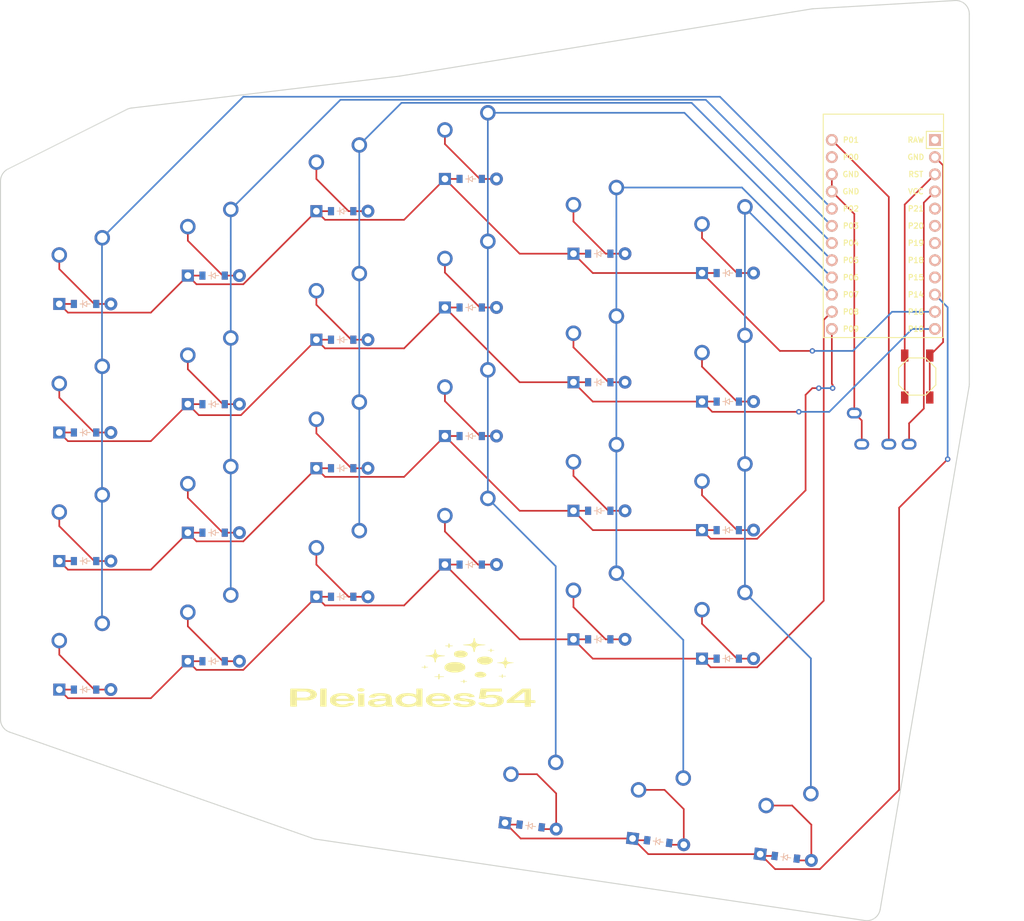
<source format=kicad_pcb>
(kicad_pcb (version 20241229) (generator "pcbnew") (generator_version "9.0")
  (title_block (title "pleiades_l") (rev "v1.0.0") (company "Unknown"))
  (layers (0 "F.Cu" signal) (2 "B.Cu" signal) (13 "F.Paste" user) (15 "B.Paste" user) (5 "F.SilkS" user) (7 "B.SilkS" user) (1 "F.Mask" user) (3 "B.Mask" user) (25 "Edge.Cuts" user))
  (net 0 "")
  (net 1 "P2")
  (net 2 "inner_bot")
  (net 3 "inner_mid")
  (net 4 "inner_top")
  (net 5 "inner_num")
  (net 6 "P3")
  (net 7 "pinky_bot")
  (net 8 "pinky_mid")
  (net 9 "pinky_top")
  (net 10 "pinky_num")
  (net 11 "P4")
  (net 12 "ring_bot")
  (net 13 "ring_mid")
  (net 14 "ring_top")
  (net 15 "ring_num")
  (net 16 "P5")
  (net 17 "middle_bot")
  (net 18 "middle_mid")
  (net 19 "middle_top")
  (net 20 "middle_num")
  (net 21 "P6")
  (net 22 "point_bot")
  (net 23 "point_mid")
  (net 24 "point_top")
  (net 25 "point_num")
  (net 26 "P7")
  (net 27 "pointfar_bot")
  (net 28 "pointfar_mid")
  (net 29 "pointfar_top")
  (net 30 "pointfar_num")
  (net 31 "alt_main")
  (net 32 "mod_main")
  (net 33 "space_main")
  (net 34 "RAW")
  (net 35 "GND")
  (net 36 "RST")
  (net 37 "VCC")
  (net 38 "P21")
  (net 39 "P20")
  (net 40 "P19")
  (net 41 "P18")
  (net 42 "P15")
  (net 43 "P14")
  (net 44 "P16")
  (net 45 "P10")
  (net 46 "P1")
  (net 47 "P0")
  (net 48 "P8")
  (net 49 "P9")
  (footprint "E73:SW_TACT_ALPS_SKQGABE010" (layer "F.Cu") (at 123 -38.7145 90)
    (property "Reference" "B1" (hide yes))
    (property "Value" "" (hide yes))
  )
  (footprint "MX" (layer "F.Cu") (at 76 -23.572)
    (property "Reference" "S18" (hide yes))
    (property "Value" "" (hide yes))
  )
  (footprint "ComboDiode" (layer "F.Cu") (at 95 -35.0145)
    (property "Reference" "D23" (hide yes))
    (property "Value" "" (hide yes))
  )
  (footprint "MX" (layer "F.Cu") (at 0 2.8575)
    (property "Reference" "S1" (hide yes))
    (property "Value" "" (hide yes))
  )
  (footprint "ComboDiode" (layer "F.Cu") (at 95 -16.0145)
    (property "Reference" "D22" (hide yes))
    (property "Value" "" (hide yes))
  )
  (footprint "MX" (layer "F.Cu") (at 38 -48.8585)
    (property "Reference" "S11" (hide yes))
    (property "Value" "" (hide yes))
  )
  (footprint "ComboDiode" (layer "F.Cu") (at 19 -34.6335)
    (property "Reference" "D7" (hide yes))
    (property "Value" "" (hide yes))
  )
  (footprint "MX" (layer "F.Cu") (at 19 -58.3335)
    (property "Reference" "S8" (hide yes))
    (property "Value" "" (hide yes))
  )
  (footprint "ComboDiode" (layer "F.Cu") (at 57 -29.921)
    (property "Reference" "D14" (hide yes))
    (property "Value" "" (hide yes))
  )
  (footprint "ComboDiode" (layer "F.Cu") (at 95 2.9855)
    (property "Reference" "D21" (hide yes))
    (property "Value" "" (hide yes))
  )
  (footprint "ComboDiode" (layer "F.Cu") (at 57 -48.921)
    (property "Reference" "D15" (hide yes))
    (property "Value" "" (hide yes))
  )
  (footprint "ComboDiode" (layer "F.Cu") (at 76 -56.872)
    (property "Reference" "D20" (hide yes))
    (property "Value" "" (hide yes))
  )
  (footprint "ComboDiode" (layer "F.Cu") (at 95 -54.0145)
    (property "Reference" "D24" (hide yes))
    (property "Value" "" (hide yes))
  )
  (footprint "MX" (layer "F.Cu") (at 95 -58.7145)
    (property "Reference" "S24" (hide yes))
    (property "Value" "" (hide yes))
  )
  (footprint "ComboDiode" (layer "F.Cu") (at 19 3.3665)
    (property "Reference" "D5" (hide yes))
    (property "Value" "" (hide yes))
  )
  (footprint "ComboDiode" (layer "F.Cu") (at 76 -18.872)
    (property "Reference" "D18" (hide yes))
    (property "Value" "" (hide yes))
  )
  (footprint "ComboDiode" (layer "F.Cu") (at 76 0.128)
    (property "Reference" "D17" (hide yes))
    (property "Value" "" (hide yes))
  )
  (footprint "ComboDiode" (layer "F.Cu") (at 38 -63.1585)
    (property "Reference" "D12" (hide yes))
    (property "Value" "" (hide yes))
  )
  (footprint "MX" (layer "F.Cu") (at 19 -20.3335)
    (property "Reference" "S6" (hide yes))
    (property "Value" "" (hide yes))
  )
  (footprint "MX" (layer "F.Cu") (at 38 -29.8585)
    (property "Reference" "S10" (hide yes))
    (property "Value" "" (hide yes))
  )
  (footprint "MX" (layer "F.Cu") (at 76 -42.572)
    (property "Reference" "S19" (hide yes))
    (property "Value" "" (hide yes))
  )
  (footprint "ProMicro" (layer "F.Cu") (at 118 -59.7145 -90)
    (property "Reference" "MCU1" (hide yes))
    (property "Value" "" (hide yes))
  )
  (footprint "ComboDiode" (layer "F.Cu") (at 0 -11.4425)
    (property "Reference" "D2" (hide yes))
    (property "Value" "" (hide yes))
  )
  (footprint "TRRS-PJ-320A-dual" (layer "F.Cu") (at 125 -28.7145 -90)
    (property "Reference" "TRRS1")
    (property "Value" "TRRS-PJ-320A-dual")
  )
  (footprint "pleiades:testus" (layer "F.Cu") (at 48.5 5.5)
    (property "Reference" "G***" (hide yes))
    (property "Value" "LOGO" (hide yes))
  )
  (footprint "MX" (layer "F.Cu") (at 0 -16.1425)
    (property "Reference" "S2" (hide yes))
    (property "Value" "" (hide yes))
  )
  (footprint "MX" (layer "F.Cu") (at 57 -34.621)
    (property "Reference" "S14" (hide yes))
    (property "Value" "" (hide yes))
  )
  (footprint "ComboDiode" (layer "F.Cu") (at 38 -25.1585)
    (property "Reference" "D10" (hide yes))
    (property "Value" "" (hide yes))
  )
  (footprint "ComboDiode" (layer "F.Cu") (at 103.568968 32.346502 -7)
    (property "Reference" "D27" (hide yes))
    (property "Value" "" (hide yes))
  )
  (footprint "MX" (layer "F.Cu") (at 66.425 23.0505 -7)
    (property "Reference" "S25" (hide yes))
    (property "Value" "" (hide yes))
  )
  (footprint "MX" (layer "F.Cu") (at 38 -10.8585)
    (property "Reference" "S9" (hide yes))
    (property "Value" "" (hide yes))
  )
  (footprint "MX" (layer "F.Cu") (at 76 -4.572)
    (property "Reference" "S17" (hide yes))
    (property "Value" "" (hide yes))
  )
  (footprint "ComboDiode" (layer "F.Cu") (at 0 -49.4425)
    (property "Reference" "D4" (hide yes))
    (property "Value" "" (hide yes))
  )
  (footprint "MX" (layer "F.Cu") (at 76 -61.572)
    (property "Reference" "S20" (hide yes))
    (property "Value" "" (hide yes))
  )
  (footprint "MX" (layer "F.Cu") (at 57 -53.621)
    (property "Reference" "S15" (hide yes))
    (property "Value" "" (hide yes))
  )
  (footprint "ComboDiode" (layer "F.Cu") (at 0 7.5575)
    (property "Reference" "D1" (hide yes))
    (property "Value" "" (hide yes))
  )
  (footprint "ComboDiode" (layer "F.Cu") (at 0 -30.4425)
    (property "Reference" "D3" (hide yes))
    (property "Value" "" (hide yes))
  )
  (footprint "MX" (layer "F.Cu") (at 95 -1.7145)
    (property "Reference" "S21" (hide yes))
    (property "Value" "" (hide yes))
  )
  (footprint "ComboDiode" (layer "F.Cu") (at 38 -6.1585)
    (property "Reference" "D9" (hide yes))
    (property "Value" "" (hide yes))
  )
  (footprint "ComboDiode" (layer "F.Cu") (at 57 -67.921)
    (property "Reference" "D16" (hide yes))
    (property "Value" "" (hide yes))
  )
  (footprint "ComboDiode" (layer "F.Cu") (at 84.710591 30.030984 -7)
    (property "Reference" "D26" (hide yes))
    (property "Value" "" (hide yes))
  )
  (footprint "MX" (layer "F.Cu") (at 95 -20.7145)
    (property "Reference" "S22" (hide yes))
    (property "Value" "" (hide yes))
  )
  (footprint "MX" (layer "F.Cu") (at 19 -39.3335)
    (property "Reference" "S7" (hide yes))
    (property "Value" "" (hide yes))
  )
  (footprint "ComboDiode" (layer "F.Cu") (at 38 -44.1585)
    (property "Reference" "D11" (hide yes))
    (property "Value" "" (hide yes))
  )
  (footprint "MX" (layer "F.Cu") (at 57 -15.621)
    (property "Reference" "S13" (hide yes))
    (property "Value" "" (hide yes))
  )
  (footprint "MX" (layer "F.Cu") (at 0 -35.1425)
    (property "Reference" "S3" (hide yes))
    (property "Value" "" (hide yes))
  )
  (footprint "ComboDiode" (layer "F.Cu") (at 19 -15.6335)
    (property "Reference" "D6" (hide yes))
    (property "Value" "" (hide yes))
  )
  (footprint "ComboDiode" (layer "F.Cu") (at 76 -37.872)
    (property "Reference" "D19" (hide yes))
    (property "Value" "" (hide yes))
  )
  (footprint "ComboDiode" (layer "F.Cu") (at 65.852214 27.715467 -7)
    (property "Reference" "D25" (hide yes))
    (property "Value" "" (hide yes))
  )
  (footprint "MX" (layer "F.Cu") (at 95 -39.7145)
    (property "Reference" "S23" (hide yes))
    (property "Value" "" (hide yes))
  )
  (footprint "MX" (layer "F.Cu") (at 19 -1.3335)
    (property "Reference" "S5" (hide yes))
    (property "Value" "" (hide yes))
  )
  (footprint "MX" (layer "F.Cu") (at 104.141754 27.681535 -7)
    (property "Reference" "S27" (hide yes))
    (property "Value" "" (hide yes))
  )
  (footprint "ComboDiode" (layer "F.Cu") (at 57 -10.921)
    (property "Reference" "D13" (hide yes))
    (property "Value" "" (hide yes))
  )
  (footprint "MX" (layer "F.Cu") (at 57 -72.621)
    (property "Reference" "S16" (hide yes))
    (property "Value" "" (hide yes))
  )
  (footprint "MX" (layer "F.Cu") (at 38 -67.8585)
    (property "Reference" "S12" (hide yes))
    (property "Value" "" (hide yes))
  )
  (footprint "MX" (layer "F.Cu") (at 85.283377 25.366017 -7)
    (property "Reference" "S26" (hide yes))
    (property "Value" "" (hide yes))
  )
  (footprint "MX" (layer "F.Cu") (at 0 -54.1425)
    (property "Reference" "S4" (hide yes))
    (property "Value" "" (hide yes))
  )
  (footprint "ComboDiode" (layer "F.Cu") (at 19 -53.6335)
    (property "Reference" "D8" (hide yes))
    (property "Value" "" (hide yes))
  )
  (gr_line (start 107.603825 -93.078008) (end 128.584461 -94.292081) (stroke (width 0.15)) (layer "Edge.Cuts"))
  (gr_arc (start 117.524887 40.049084) (mid 116.727624 41.332604) (end 115.260045 41.692135) (stroke (width 0.15)) (layer "Edge.Cuts"))
  (gr_arc (start -12.500001 -67.598885) (mid -12.201855 -68.649453) (end -11.396309 -69.386798) (stroke (width 0.15)) (layer "Edge.Cuts"))
  (gr_line (start 115.260045 41.692135) (end 34.068898 29.661316) (stroke (width 0.15)) (layer "Edge.Cuts"))
  (gr_line (start 130.671685 -37.248022) (end 117.524888 40.049084) (stroke (width 0.15)) (layer "Edge.Cuts"))
  (gr_arc (start 107.397359 -93.055256) (mid 107.500296 -93.069314) (end 107.603825 -93.078008) (stroke (width 0.15)) (layer "Edge.Cuts"))
  (gr_arc (start 6.187388 -78.201783) (mid 6.508723 -78.32944) (end 6.847242 -78.399844) (stroke (width 0.15)) (layer "Edge.Cuts"))
  (gr_arc (start 128.584461 -94.292081) (mid 130.072757 -93.74991) (end 130.7 -92.295421) (stroke (width 0.15)) (layer "Edge.Cuts"))
  (gr_line (start 6.847242 -78.399843) (end 46.457094 -83.115891) (stroke (width 0.15)) (layer "Edge.Cuts"))
  (gr_line (start 46.542644 -83.127957) (end 107.397359 -93.055256) (stroke (width 0.15)) (layer "Edge.Cuts"))
  (gr_arc (start -11.161926 13.835801) (mid -12.131541 13.105265) (end -12.5 11.948513) (stroke (width 0.15)) (layer "Edge.Cuts"))
  (gr_arc (start 130.7 -37.583369) (mid 130.692909 -37.415099) (end 130.671685 -37.248022) (stroke (width 0.15)) (layer "Edge.Cuts"))
  (gr_arc (start 46.542645 -83.127956) (mid 46.499935 -83.121461) (end 46.457094 -83.115891) (stroke (width 0.15)) (layer "Edge.Cuts"))
  (gr_line (start -11.396309 -69.386798) (end 6.187388 -78.201783) (stroke (width 0.15)) (layer "Edge.Cuts"))
  (gr_line (start -12.5 11.948513) (end -12.5 -67.598885) (stroke (width 0.15)) (layer "Edge.Cuts"))
  (gr_line (start 130.7 -92.295421) (end 130.7 -37.583369) (stroke (width 0.15)) (layer "Edge.Cuts"))
  (gr_arc (start 34.068899 29.661316) (mid 33.882347 29.624536) (end 33.70013 29.570206) (stroke (width 0.15)) (layer "Edge.Cuts"))
  (gr_line (start 33.70013 29.570206) (end -11.161926 13.835801) (stroke (width 0.15)) (layer "Edge.Cuts"))
  (segment (start 2.54 -59.2225) (end 23.3895 -80.072) (width 0.25) (layer "B.Cu") (net 1))
  (segment (start 23.3895 -80.072) (end 93.8325 -80.072) (width 0.25) (layer "B.Cu") (net 1))
  (segment (start 93.8325 -80.072) (end 110.38 -63.5245) (width 0.25) (layer "B.Cu") (net 1))
  (segment (start 2.5 -59.1825) (end 2.5 -2.2625) (width 0.25) (layer "B.Cu") (net 1))
  (segment (start 2.54 -59.2225) (end 2.5 -59.1825) (width 0.25) (layer "B.Cu") (net 1))
  (segment (start 2.5 -2.2625) (end 2.54 -2.2225) (width 0.25) (layer "B.Cu") (net 1))
  (segment (start 1.348455 7.5575) (end 3.81 7.5575) (width 0.25) (layer "F.Cu") (net 2))
  (segment (start -3.81 2.399045) (end 1.348455 7.5575) (width 0.25) (layer "F.Cu") (net 2))
  (segment (start -3.81 0.3175) (end -3.81 2.399045) (width 0.25) (layer "F.Cu") (net 2))
  (segment (start -3.81 -16.600955) (end 1.348455 -11.4425) (width 0.25) (layer "F.Cu") (net 3))
  (segment (start -3.81 -18.6825) (end -3.81 -16.600955) (width 0.25) (layer "F.Cu") (net 3))
  (segment (start 1.348455 -11.4425) (end 3.81 -11.4425) (width 0.25) (layer "F.Cu") (net 3))
  (segment (start 1.348455 -30.4425) (end 3.81 -30.4425) (width 0.25) (layer "F.Cu") (net 4))
  (segment (start -3.81 -35.600955) (end 1.348455 -30.4425) (width 0.25) (layer "F.Cu") (net 4))
  (segment (start -3.81 -37.6825) (end -3.81 -35.600955) (width 0.25) (layer "F.Cu") (net 4))
  (segment (start -3.81 -56.6825) (end -3.81 -54.600955) (width 0.25) (layer "F.Cu") (net 5))
  (segment (start -3.81 -54.600955) (end 1.348455 -49.4425) (width 0.25) (layer "F.Cu") (net 5))
  (segment (start 1.348455 -49.4425) (end 3.81 -49.4425) (width 0.25) (layer "F.Cu") (net 5))
  (segment (start 21.54 -63.4135) (end 21.5315 -63.405) (width 0.25) (layer "B.Cu") (net 6))
  (segment (start 37.7475 -79.621) (end 91.7435 -79.621) (width 0.25) (layer "B.Cu") (net 6))
  (segment (start 91.7435 -79.621) (end 110.38 -60.9845) (width 0.25) (layer "B.Cu") (net 6))
  (segment (start 21.5315 -63.405) (end 21.5315 -6.422) (width 0.25) (layer "B.Cu") (net 6))
  (segment (start 21.5315 -6.422) (end 21.54 -6.4135) (width 0.25) (layer "B.Cu") (net 6))
  (segment (start 21.54 -63.4135) (end 37.7475 -79.621) (width 0.25) (layer "B.Cu") (net 6))
  (segment (start 15.19 -3.8735) (end 15.19 -1.791955) (width 0.25) (layer "F.Cu") (net 7))
  (segment (start 15.19 -1.791955) (end 20.348455 3.3665) (width 0.25) (layer "F.Cu") (net 7))
  (segment (start 20.348455 3.3665) (end 22.81 3.3665) (width 0.25) (layer "F.Cu") (net 7))
  (segment (start 20.348455 -15.6335) (end 22.81 -15.6335) (width 0.25) (layer "F.Cu") (net 8))
  (segment (start 15.19 -20.791955) (end 20.348455 -15.6335) (width 0.25) (layer "F.Cu") (net 8))
  (segment (start 15.19 -22.8735) (end 15.19 -20.791955) (width 0.25) (layer "F.Cu") (net 8))
  (segment (start 15.19 -41.8735) (end 15.19 -39.791955) (width 0.25) (layer "F.Cu") (net 9))
  (segment (start 15.19 -39.791955) (end 20.348455 -34.6335) (width 0.25) (layer "F.Cu") (net 9))
  (segment (start 20.348455 -34.6335) (end 22.81 -34.6335) (width 0.25) (layer "F.Cu") (net 9))
  (segment (start 15.19 -58.791955) (end 20.348455 -53.6335) (width 0.25) (layer "F.Cu") (net 10))
  (segment (start 20.348455 -53.6335) (end 22.81 -53.6335) (width 0.25) (layer "F.Cu") (net 10))
  (segment (start 15.19 -60.8735) (end 15.19 -58.791955) (width 0.25) (layer "F.Cu") (net 10))
  (segment (start 40.5315 -72.93) (end 40.5315 -15.947) (width 0.25) (layer "B.Cu") (net 11))
  (segment (start 40.54 -72.9385) (end 40.5315 -72.93) (width 0.25) (layer "B.Cu") (net 11))
  (segment (start 40.5315 -15.947) (end 40.54 -15.9385) (width 0.25) (layer "B.Cu") (net 11))
  (segment (start 40.54 -72.9385) (end 46.7715 -79.17) (width 0.25) (layer "B.Cu") (net 11))
  (segment (start 46.7715 -79.17) (end 89.6545 -79.17) (width 0.25) (layer "B.Cu") (net 11))
  (segment (start 89.6545 -79.17) (end 110.38 -58.4445) (width 0.25) (layer "B.Cu") (net 11))
  (segment (start 34.19 -13.3985) (end 34.19 -10.9185) (width 0.25) (layer "F.Cu") (net 12))
  (segment (start 38.95 -6.1585) (end 41.81 -6.1585) (width 0.25) (layer "F.Cu") (net 12))
  (segment (start 34.19 -10.9185) (end 38.95 -6.1585) (width 0.25) (layer "F.Cu") (net 12))
  (segment (start 39.348455 -25.1585) (end 41.81 -25.1585) (width 0.25) (layer "F.Cu") (net 13))
  (segment (start 34.19 -32.3985) (end 34.19 -30.316955) (width 0.25) (layer "F.Cu") (net 13))
  (segment (start 34.19 -30.316955) (end 39.348455 -25.1585) (width 0.25) (layer "F.Cu") (net 13))
  (segment (start 34.19 -51.3985) (end 34.19 -49.316955) (width 0.25) (layer "F.Cu") (net 14))
  (segment (start 39.348455 -44.1585) (end 41.81 -44.1585) (width 0.25) (layer "F.Cu") (net 14))
  (segment (start 34.19 -49.316955) (end 39.348455 -44.1585) (width 0.25) (layer "F.Cu") (net 14))
  (segment (start 34.19 -67.9185) (end 38.95 -63.1585) (width 0.25) (layer "F.Cu") (net 15))
  (segment (start 34.19 -70.3985) (end 34.19 -67.9185) (width 0.25) (layer "F.Cu") (net 15))
  (segment (start 38.95 -63.1585) (end 41.81 -63.1585) (width 0.25) (layer "F.Cu") (net 15))
  (segment (start 59.54 -20.701) (end 69.565163 -10.675837) (width 0.25) (layer "B.Cu") (net 16))
  (segment (start 59.54 -77.701) (end 59.5315 -77.6925) (width 0.25) (layer "B.Cu") (net 16))
  (segment (start 59.5315 -20.7095) (end 59.54 -20.701) (width 0.25) (layer "B.Cu") (net 16))
  (segment (start 69.565163 -10.675837) (end 69.565163 18.317914) (width 0.25) (layer "B.Cu") (net 16))
  (segment (start 59.54 -77.701) (end 88.5835 -77.701) (width 0.25) (layer "B.Cu") (net 16))
  (segment (start 59.5315 -77.6925) (end 59.5315 -20.7095) (width 0.25) (layer "B.Cu") (net 16))
  (segment (start 88.5835 -77.701) (end 110.38 -55.9045) (width 0.25) (layer "B.Cu") (net 16))
  (segment (start 53.19 -15.81) (end 58.079 -10.921) (width 0.25) (layer "F.Cu") (net 17))
  (segment (start 53.19 -18.161) (end 53.19 -15.81) (width 0.25) (layer "F.Cu") (net 17))
  (segment (start 58.079 -10.921) (end 60.81 -10.921) (width 0.25) (layer "F.Cu") (net 17))
  (segment (start 53.19 -37.161) (end 53.19 -35.079455) (width 0.25) (layer "F.Cu") (net 18))
  (segment (start 58.348455 -29.921) (end 60.81 -29.921) (width 0.25) (layer "F.Cu") (net 18))
  (segment (start 53.19 -35.079455) (end 58.348455 -29.921) (width 0.25) (layer "F.Cu") (net 18))
  (segment (start 58.348455 -48.921) (end 60.81 -48.921) (width 0.25) (layer "F.Cu") (net 19))
  (segment (start 53.19 -56.161) (end 53.19 -54.079455) (width 0.25) (layer "F.Cu") (net 19))
  (segment (start 53.19 -54.079455) (end 58.348455 -48.921) (width 0.25) (layer "F.Cu") (net 19))
  (segment (start 53.19 -75.161) (end 53.19 -73.079455) (width 0.25) (layer "F.Cu") (net 20))
  (segment (start 53.19 -73.079455) (end 58.348455 -67.921) (width 0.25) (layer "F.Cu") (net 20))
  (segment (start 58.348455 -67.921) (end 60.81 -67.921) (width 0.25) (layer "F.Cu") (net 20))
  (segment (start 78.54 -66.652) (end 97.0925 -66.652) (width 0.25) (layer "B.Cu") (net 21))
  (segment (start 78.5315 -66.6435) (end 78.5315 -9.6605) (width 0.25) (layer "B.Cu") (net 21))
  (segment (start 97.0925 -66.652) (end 110.38 -53.3645) (width 0.25) (layer "B.Cu") (net 21))
  (segment (start 78.54 -9.652) (end 88.42354 0.23154) (width 0.25) (layer "B.Cu") (net 21))
  (segment (start 88.42354 0.23154) (end 88.42354 20.633431) (width 0.25) (layer "B.Cu") (net 21))
  (segment (start 78.54 -66.652) (end 78.5315 -66.6435) (width 0.25) (layer "B.Cu") (net 21))
  (segment (start 78.5315 -9.6605) (end 78.54 -9.652) (width 0.25) (layer "B.Cu") (net 21))
  (segment (start 76.95 0.128) (end 79.81 0.128) (width 0.25) (layer "F.Cu") (net 22))
  (segment (start 72.19 -4.632) (end 76.95 0.128) (width 0.25) (layer "F.Cu") (net 22))
  (segment (start 72.19 -7.112) (end 72.19 -4.632) (width 0.25) (layer "F.Cu") (net 22))
  (segment (start 77.348455 -18.872) (end 79.81 -18.872) (width 0.25) (layer "F.Cu") (net 23))
  (segment (start 72.19 -24.030455) (end 77.348455 -18.872) (width 0.25) (layer "F.Cu") (net 23))
  (segment (start 72.19 -26.112) (end 72.19 -24.030455) (width 0.25) (layer "F.Cu") (net 23))
  (segment (start 72.19 -43.030455) (end 77.348455 -37.872) (width 0.25) (layer "F.Cu") (net 24))
  (segment (start 77.348455 -37.872) (end 79.81 -37.872) (width 0.25) (layer "F.Cu") (net 24))
  (segment (start 72.19 -45.112) (end 72.19 -43.030455) (width 0.25) (layer "F.Cu") (net 24))
  (segment (start 72.19 -61.632) (end 76.95 -56.872) (width 0.25) (layer "F.Cu") (net 25))
  (segment (start 72.19 -64.112) (end 72.19 -61.632) (width 0.25) (layer "F.Cu") (net 25))
  (segment (start 76.95 -56.872) (end 79.81 -56.872) (width 0.25) (layer "F.Cu") (net 25))
  (segment (start 97.54 -6.7945) (end 107.281917 2.947417) (width 0.25) (layer "B.Cu") (net 26))
  (segment (start 97.54 -63.6645) (end 110.38 -50.8245) (width 0.25) (layer "B.Cu") (net 26))
  (segment (start 97.5315 -6.803) (end 97.54 -6.7945) (width 0.25) (layer "B.Cu") (net 26))
  (segment (start 107.281917 2.947417) (end 107.281917 22.948949) (width 0.25) (layer "B.Cu") (net 26))
  (segment (start 97.54 -63.7945) (end 97.54 -63.6645) (width 0.25) (layer "B.Cu") (net 26))
  (segment (start 97.5315 -63.786) (end 97.5315 -6.803) (width 0.25) (layer "B.Cu") (net 26))
  (segment (start 97.54 -63.7945) (end 97.5315 -63.786) (width 0.25) (layer "B.Cu") (net 26))
  (segment (start 91.19 -2.172955) (end 96.348455 2.9855) (width 0.25) (layer "F.Cu") (net 27))
  (segment (start 91.19 -4.2545) (end 91.19 -2.172955) (width 0.25) (layer "F.Cu") (net 27))
  (segment (start 96.348455 2.9855) (end 98.81 2.9855) (width 0.25) (layer "F.Cu") (net 27))
  (segment (start 91.19 -21.172955) (end 96.348455 -16.0145) (width 0.25) (layer "F.Cu") (net 28))
  (segment (start 91.19 -23.2545) (end 91.19 -21.172955) (width 0.25) (layer "F.Cu") (net 28))
  (segment (start 96.348455 -16.0145) (end 98.81 -16.0145) (width 0.25) (layer "F.Cu") (net 28))
  (segment (start 91.19 -40.172955) (end 96.348455 -35.0145) (width 0.25) (layer "F.Cu") (net 29))
  (segment (start 96.348455 -35.0145) (end 98.81 -35.0145) (width 0.25) (layer "F.Cu") (net 29))
  (segment (start 91.19 -42.2545) (end 91.19 -40.172955) (width 0.25) (layer "F.Cu") (net 29))
  (segment (start 91.19 -61.2545) (end 91.19 -59.172955) (width 0.25) (layer "F.Cu") (net 30))
  (segment (start 91.19 -59.172955) (end 96.348455 -54.0145) (width 0.25) (layer "F.Cu") (net 30))
  (segment (start 96.348455 -54.0145) (end 98.81 -54.0145) (width 0.25) (layer "F.Cu") (net 30))
  (segment (start 67.753153 28.179789) (end 67.489915 27.916551) (width 0.25) (layer "F.Cu") (net 31))
  (segment (start 66.791156 20.065111) (end 69.633815 22.90777) (width 0.25) (layer "F.Cu") (net 31))
  (segment (start 69.633815 28.179789) (end 67.753153 28.179789) (width 0.25) (layer "F.Cu") (net 31))
  (segment (start 69.370577 27.916551) (end 69.633815 28.179789) (width 0.25) (layer "F.Cu") (net 31))
  (segment (start 62.952947 20.065111) (end 66.791156 20.065111) (width 0.25) (layer "F.Cu") (net 31))
  (segment (start 69.633815 22.90777) (end 69.633815 28.179789) (width 0.25) (layer "F.Cu") (net 31))
  (segment (start 88.492192 30.495306) (end 86.61153 30.495306) (width 0.25) (layer "F.Cu") (net 32))
  (segment (start 88.492192 25.223287) (end 88.492192 30.495306) (width 0.25) (layer "F.Cu") (net 32))
  (segment (start 88.228954 30.232068) (end 88.492192 30.495306) (width 0.25) (layer "F.Cu") (net 32))
  (segment (start 86.61153 30.495306) (end 86.348292 30.232068) (width 0.25) (layer "F.Cu") (net 32))
  (segment (start 81.811324 22.380628) (end 85.649533 22.380628) (width 0.25) (layer "F.Cu") (net 32))
  (segment (start 85.649533 22.380628) (end 88.492192 25.223287) (width 0.25) (layer "F.Cu") (net 32))
  (segment (start 107.350569 32.810824) (end 105.469907 32.810824) (width 0.25) (layer "F.Cu") (net 33))
  (segment (start 100.669701 24.696146) (end 104.50791 24.696146) (width 0.25) (layer "F.Cu") (net 33))
  (segment (start 107.087331 32.547586) (end 107.350569 32.810824) (width 0.25) (layer "F.Cu") (net 33))
  (segment (start 107.350569 27.538805) (end 107.350569 32.810824) (width 0.25) (layer "F.Cu") (net 33))
  (segment (start 104.50791 24.696146) (end 107.350569 27.538805) (width 0.25) (layer "F.Cu") (net 33))
  (segment (start 105.469907 32.810824) (end 105.206669 32.547586) (width 0.25) (layer "F.Cu") (net 33))
  (segment (start 126.8223 -69.9422) (end 125.62 -71.1445) (width 0.25) (layer "F.Cu") (net 35))
  (segment (start 114.8 -32.2145) (end 113.7 -33.3145) (width 0.25) (layer "F.Cu") (net 35))
  (segment (start 126.8223 -43.7868) (end 126.8223 -69.9422) (width 0.25) (layer "F.Cu") (net 35))
  (segment (start 124.85 -41.8145) (end 126.8223 -43.7868) (width 0.25) (layer "F.Cu") (net 35))
  (segment (start 110.38 -66.0645) (end 110.38 -68.6045) (width 0.25) (layer "F.Cu") (net 35))
  (segment (start 113.7 -62.7445) (end 110.38 -66.0645) (width 0.25) (layer "F.Cu") (net 35))
  (segment (start 113.7 -33.3145) (end 113.7 -62.7445) (width 0.25) (layer "F.Cu") (net 35))
  (segment (start 124.85 -35.6145) (end 124.85 -41.8145) (width 0.25) (layer "F.Cu") (net 35))
  (segment (start 114.8 -28.7145) (end 114.8 -32.2145) (width 0.25) (layer "F.Cu") (net 35))
  (segment (start 121.15 -41.8145) (end 121.15 -64.1345) (width 0.25) (layer "F.Cu") (net 36))
  (segment (start 121.15 -64.1345) (end 125.62 -68.6045) (width 0.25) (layer "F.Cu") (net 36))
  (segment (start 121.15 -35.6145) (end 121.15 -41.8145) (width 0.25) (layer "F.Cu") (net 36))
  (segment (start 121.8 -31.8) (end 123.974 -33.974) (width 0.25) (layer "F.Cu") (net 37))
  (segment (start 123.974 -33.974) (end 123.974 -64.4185) (width 0.25) (layer "F.Cu") (net 37))
  (segment (start 121.8 -28.7145) (end 121.8 -31.8) (width 0.25) (layer "F.Cu") (net 37))
  (segment (start 123.974 -64.4185) (end 125.62 -66.0645) (width 0.25) (layer "F.Cu") (net 37))
  (segment (start 62.333851 27.514383) (end 62.070613 27.251145) (width 0.25) (layer "F.Cu") (net 43))
  (segment (start 101.994511 34.089324) (end 108.621213 34.089324) (width 0.25) (layer "F.Cu") (net 43))
  (segment (start 62.070613 27.251145) (end 64.38613 29.566662) (width 0.25) (layer "F.Cu") (net 43))
  (segment (start 100.050605 32.145418) (end 99.787367 31.88218) (width 0.25) (layer "F.Cu") (net 43))
  (segment (start 120.325292 -19.325292) (end 127.5 -26.5) (width 0.25) (layer "F.Cu") (net 43))
  (segment (start 80.92899 29.566662) (end 83.244508 31.88218) (width 0.25) (layer "F.Cu") (net 43))
  (segment (start 120.325292 22.385245) (end 120.325292 -19.325292) (width 0.25) (layer "F.Cu") (net 43))
  (segment (start 83.07289 29.8299) (end 81.192228 29.8299) (width 0.25) (layer "F.Cu") (net 43))
  (segment (start 101.931267 32.145418) (end 100.050605 32.145418) (width 0.25) (layer "F.Cu") (net 43))
  (segment (start 81.192228 29.8299) (end 80.92899 29.566662) (width 0.25) (layer "F.Cu") (net 43))
  (segment (start 64.214513 27.514383) (end 62.333851 27.514383) (width 0.25) (layer "F.Cu") (net 43))
  (segment (start 108.621213 34.089324) (end 120.325292 22.385245) (width 0.25) (layer "F.Cu") (net 43))
  (segment (start 99.787367 31.88218) (end 101.994511 34.089324) (width 0.25) (layer "F.Cu") (net 43))
  (segment (start 83.244508 31.88218) (end 99.787367 31.88218) (width 0.25) (layer "F.Cu") (net 43))
  (segment (start 64.38613 29.566662) (end 80.92899 29.566662) (width 0.25) (layer "F.Cu") (net 43))
  (via (at 127.5 -26.5) (size 0.8) (drill 0.4) (layers "F.Cu" "B.Cu") (net 43))
  (segment (start 127.5 -26.5) (end 127.5 -48.9445) (width 0.25) (layer "B.Cu") (net 43))
  (segment (start 127.5 -48.9445) (end 125.62 -50.8245) (width 0.25) (layer "B.Cu") (net 43))
  (segment (start 35.4685 -61.88) (end 47.149 -61.88) (width 0.25) (layer "F.Cu") (net 44))
  (segment (start 72.19 -56.872) (end 75.0475 -54.0145) (width 0.25) (layer "F.Cu") (net 44))
  (segment (start -2.5315 -48.164) (end 9.7205 -48.164) (width 0.25) (layer "F.Cu") (net 44))
  (segment (start 64.239 -56.872) (end 72.19 -56.872) (width 0.25) (layer "F.Cu") (net 44))
  (segment (start 75.0475 -54.0145) (end 91.19 -54.0145) (width 0.25) (layer "F.Cu") (net 44))
  (segment (start 23.3865 -52.355) (end 34.19 -63.1585) (width 0.25) (layer "F.Cu") (net 44))
  (segment (start 15.19 -53.6335) (end 16.4685 -52.355) (width 0.25) (layer "F.Cu") (net 44))
  (segment (start 16.4685 -52.355) (end 23.3865 -52.355) (width 0.25) (layer "F.Cu") (net 44))
  (segment (start 53.19 -67.921) (end 64.239 -56.872) (width 0.25) (layer "F.Cu") (net 44))
  (segment (start -3.81 -49.4425) (end -2.5315 -48.164) (width 0.25) (layer "F.Cu") (net 44))
  (segment (start 36.35 -63.1585) (end 34.19 -63.1585) (width 0.25) (layer "F.Cu") (net 44))
  (segment (start 55.35 -67.921) (end 53.19 -67.921) (width 0.25) (layer "F.Cu") (net 44))
  (segment (start 74.35 -56.872) (end 72.19 -56.872) (width 0.25) (layer "F.Cu") (net 44))
  (segment (start 93.35 -54.0145) (end 91.19 -54.0145) (width 0.25) (layer "F.Cu") (net 44))
  (segment (start 102.7045 -42.5) (end 107.5 -42.5) (width 0.25) (layer "F.Cu") (net 44))
  (segment (start -1.65 -49.4425) (end -3.81 -49.4425) (width 0.25) (layer "F.Cu") (net 44))
  (segment (start 47.149 -61.88) (end 53.19 -67.921) (width 0.25) (layer "F.Cu") (net 44))
  (segment (start 9.7205 -48.164) (end 15.19 -53.6335) (width 0.25) (layer "F.Cu") (net 44))
  (segment (start 91.19 -54.0145) (end 102.7045 -42.5) (width 0.25) (layer "F.Cu") (net 44))
  (segment (start 17.35 -53.6335) (end 15.19 -53.6335) (width 0.25) (layer "F.Cu") (net 44))
  (segment (start 34.19 -63.1585) (end 35.4685 -61.88) (width 0.25) (layer "F.Cu") (net 44))
  (via (at 107.5 -42.5) (size 0.8) (drill 0.4) (layers "F.Cu" "B.Cu") (net 44))
  (segment (start 113.5 -42.5) (end 119.2845 -48.2845) (width 0.25) (layer "B.Cu") (net 44))
  (segment (start 107.5 -42.5) (end 113.5 -42.5) (width 0.25) (layer "B.Cu") (net 44))
  (segment (start 119.2845 -48.2845) (end 125.62 -48.2845) (width 0.25) (layer "B.Cu") (net 44))
  (segment (start 92.7045 -33.5) (end 105.5 -33.5) (width 0.25) (layer "F.Cu") (net 45))
  (segment (start 23.03848 -33.00698) (end 34.19 -44.1585) (width 0.25) (layer "F.Cu") (net 45))
  (segment (start 47.149 -42.88) (end 53.19 -48.921) (width 0.25) (layer "F.Cu") (net 45))
  (segment (start 74.35 -37.872) (end 72.19 -37.872) (width 0.25) (layer "F.Cu") (net 45))
  (segment (start 91.19 -35.0145) (end 92.7045 -33.5) (width 0.25) (layer "F.Cu") (net 45))
  (segment (start -1.65 -30.4425) (end -3.81 -30.4425) (width 0.25) (layer "F.Cu") (net 45))
  (segment (start -3.81 -30.4425) (end -2.5315 -29.164) (width 0.25) (layer "F.Cu") (net 45))
  (segment (start 9.7205 -29.164) (end 15.19 -34.6335) (width 0.25) (layer "F.Cu") (net 45))
  (segment (start -2.5315 -29.164) (end 9.7205 -29.164) (width 0.25) (layer "F.Cu") (net 45))
  (segment (start 34.19 -44.1585) (end 35.4685 -42.88) (width 0.25) (layer "F.Cu") (net 45))
  (segment (start 64.239 -37.872) (end 72.19 -37.872) (width 0.25) (layer "F.Cu") (net 45))
  (segment (start 53.19 -48.921) (end 64.239 -37.872) (width 0.25) (layer "F.Cu") (net 45))
  (segment (start 72.19 -37.872) (end 75.0475 -35.0145) (width 0.25) (layer "F.Cu") (net 45))
  (segment (start 93.35 -35.0145) (end 91.19 -35.0145) (width 0.25) (layer "F.Cu") (net 45))
  (segment (start 15.19 -34.6335) (end 16.81652 -33.00698) (width 0.25) (layer "F.Cu") (net 45))
  (segment (start 16.81652 -33.00698) (end 23.03848 -33.00698) (width 0.25) (layer "F.Cu") (net 45))
  (segment (start 35.4685 -42.88) (end 47.149 -42.88) (width 0.25) (layer "F.Cu") (net 45))
  (segment (start 17.35 -34.6335) (end 15.19 -34.6335) (width 0.25) (layer "F.Cu") (net 45))
  (segment (start 36.35 -44.1585) (end 34.19 -44.1585) (width 0.25) (layer "F.Cu") (net 45))
  (segment (start 55.35 -48.921) (end 53.19 -48.921) (width 0.25) (layer "F.Cu") (net 45))
  (segment (start 75.0475 -35.0145) (end 91.19 -35.0145) (width 0.25) (layer "F.Cu") (net 45))
  (via (at 105.5 -33.5) (size 0.8) (drill 0.4) (layers "F.Cu" "B.Cu") (net 45))
  (segment (start 105.5 -33.5) (end 110 -33.5) (width 0.25) (layer "B.Cu") (net 45))
  (segment (start 122.2445 -45.7445) (end 125.62 -45.7445) (width 0.25) (layer "B.Cu") (net 45))
  (segment (start 110 -33.5) (end 122.2445 -45.7445) (width 0.25) (layer "B.Cu") (net 45))
  (segment (start 118.8 -65.2645) (end 110.38 -73.6845) (width 0.25) (layer "F.Cu") (net 46))
  (segment (start 118.8 -28.7145) (end 118.8 -65.2645) (width 0.25) (layer "F.Cu") (net 46))
  (segment (start 17.35 3.3665) (end 15.19 3.3665) (width 0.25) (layer "F.Cu") (net 48))
  (segment (start 92.4685 4.264) (end 99.339573 4.264) (width 0.25) (layer "F.Cu") (net 48))
  (segment (start 75.0475 2.9855) (end 91.19 2.9855) (width 0.25) (layer "F.Cu") (net 48))
  (segment (start 91.19 2.9855) (end 92.4685 4.264) (width 0.25) (layer "F.Cu") (net 48))
  (segment (start 53.19 -10.921) (end 64.239 0.128) (width 0.25) (layer "F.Cu") (net 48))
  (segment (start 64.239 0.128) (end 72.19 0.128) (width 0.25) (layer "F.Cu") (net 48))
  (segment (start 15.19 3.3665) (end 16.4685 4.645) (width 0.25) (layer "F.Cu") (net 48))
  (segment (start -2.5315 8.836) (end 9.7205 8.836) (width 0.25) (layer "F.Cu") (net 48))
  (segment (start 99.339573 4.264) (end 109.1777 -5.574127) (width 0.25) (layer "F.Cu") (net 48))
  (segment (start 72.19 0.128) (end 75.0475 2.9855) (width 0.25) (layer "F.Cu") (net 48))
  (segment (start 9.7205 8.836) (end 15.19 3.3665) (width 0.25) (layer "F.Cu") (net 48))
  (segment (start 109.1777 -5.574127) (end 109.1777 -47.0822) (width 0.25) (layer "F.Cu") (net 48))
  (segment (start 16.4685 4.645) (end 23.3865 4.645) (width 0.25) (layer "F.Cu") (net 48))
  (segment (start 47.149 -4.88) (end 53.19 -10.921) (width 0.25) (layer "F.Cu") (net 48))
  (segment (start 35.4685 -4.88) (end 47.149 -4.88) (width 0.25) (layer "F.Cu") (net 48))
  (segment (start 23.3865 4.645) (end 34.19 -6.1585) (width 0.25) (layer "F.Cu") (net 48))
  (segment (start -3.81 7.5575) (end -2.5315 8.836) (width 0.25) (layer "F.Cu") (net 48))
  (segment (start 34.19 -6.1585) (end 35.4685 -4.88) (width 0.25) (layer "F.Cu") (net 48))
  (segment (start 109.1777 -47.0822) (end 110.38 -48.2845) (width 0.25) (layer "F.Cu") (net 48))
  (segment (start 74.35 0.128) (end 72.19 0.128) (width 0.25) (layer "F.Cu") (net 48))
  (segment (start 36.35 -6.1585) (end 34.19 -6.1585) (width 0.25) (layer "F.Cu") (net 48))
  (segment (start -3.81 7.5575) (end -1.65 7.5575) (width 0.25) (layer "F.Cu") (net 48))
  (segment (start 55.35 -10.921) (end 53.19 -10.921) (width 0.25) (layer "F.Cu") (net 48))
  (segment (start 93.35 2.9855) (end 91.19 2.9855) (width 0.25) (layer "F.Cu") (net 48))
  (segment (start 106.5 -36) (end 107.5 -37) (width 0.25) (layer "F.Cu") (net 49))
  (segment (start 110.5 -37.5) (end 110.38 -37.62) (width 0.25) (layer "F.Cu") (net 49))
  (segment (start 53.19 -29.921) (end 64.239 -18.872) (width 0.25) (layer "F.Cu") (net 49))
  (segment (start -1.65 -11.4425) (end -3.81 -11.4425) (width 0.25) (layer "F.Cu") (net 49))
  (segment (start 107.5 -37) (end 108.4527 -37) (width 0.25) (layer "F.Cu") (net 49))
  (segment (start 34.19 -25.1585) (end 35.4685 -23.88) (width 0.25) (layer "F.Cu") (net 49))
  (segment (start 35.4685 -23.88) (end 47.149 -23.88) (width 0.25) (layer "F.Cu") (net 49))
  (segment (start 47.149 -23.88) (end 53.19 -29.921) (width 0.25) (layer "F.Cu") (net 49))
  (segment (start 91.19 -16.0145) (end 92.4685 -14.736) (width 0.25) (layer "F.Cu") (net 49))
  (segment (start 93.35 -16.0145) (end 91.19 -16.0145) (width 0.25) (layer "F.Cu") (net 49))
  (segment (start 72.19 -18.872) (end 75.0475 -16.0145) (width 0.25) (layer "F.Cu") (net 49))
  (segment (start 106.5 -21.896427) (end 106.5 -36) (width 0.25) (layer "F.Cu") (net 49))
  (segment (start 17.35 -15.6335) (end 15.19 -15.6335) (width 0.25) (layer "F.Cu") (net 49))
  (segment (start 110.38 -37.62) (end 110.38 -45.7445) (width 0.25) (layer "F.Cu") (net 49))
  (segment (start 92.4685 -14.736) (end 99.339573 -14.736) (width 0.25) (layer "F.Cu") (net 49))
  (segment (start 64.239 -18.872) (end 72.19 -18.872) (width 0.25) (layer "F.Cu") (net 49))
  (segment (start 55.35 -29.921) (end 53.19 -29.921) (width 0.25) (layer "F.Cu") (net 49))
  (segment (start 23.3865 -14.355) (end 34.19 -25.1585) (width 0.25) (layer "F.Cu") (net 49))
  (segment (start 9.7205 -10.164) (end 15.19 -15.6335) (width 0.25) (layer "F.Cu") (net 49))
  (segment (start 110.5 -37) (end 110.5 -37.5) (width 0.25) (layer "F.Cu") (net 49))
  (segment (start -3.81 -11.4425) (end -2.5315 -10.164) (width 0.25) (layer "F.Cu") (net 49))
  (segment (start 74.35 -18.872) (end 72.19 -18.872) (width 0.25) (layer "F.Cu") (net 49))
  (segment (start 16.4685 -14.355) (end 23.3865 -14.355) (width 0.25) (layer "F.Cu") (net 49))
  (segment (start -2.5315 -10.164) (end 9.7205 -10.164) (width 0.25) (layer "F.Cu") (net 49))
  (segment (start 36.35 -25.1585) (end 34.19 -25.1585) (width 0.25) (layer "F.Cu") (net 49))
  (segment (start 15.19 -15.6335) (end 16.4685 -14.355) (width 0.25) (layer "F.Cu") (net 49))
  (segment (start 99.339573 -14.736) (end 106.5 -21.896427) (width 0.25) (layer "F.Cu") (net 49))
  (segment (start 75.0475 -16.0145) (end 91.19 -16.0145) (width 0.25) (layer "F.Cu") (net 49))
  (via (at 110.5 -37) (size 0.8) (drill 0.4) (layers "F.Cu" "B.Cu") (net 49))
  (via (at 108.4527 -37) (size 0.8) (drill 0.4) (layers "F.Cu" "B.Cu") (net 49))
  (segment (start 108.4527 -37) (end 110.5 -37) (width 0.25) (layer "B.Cu") (net 49))
)
</source>
